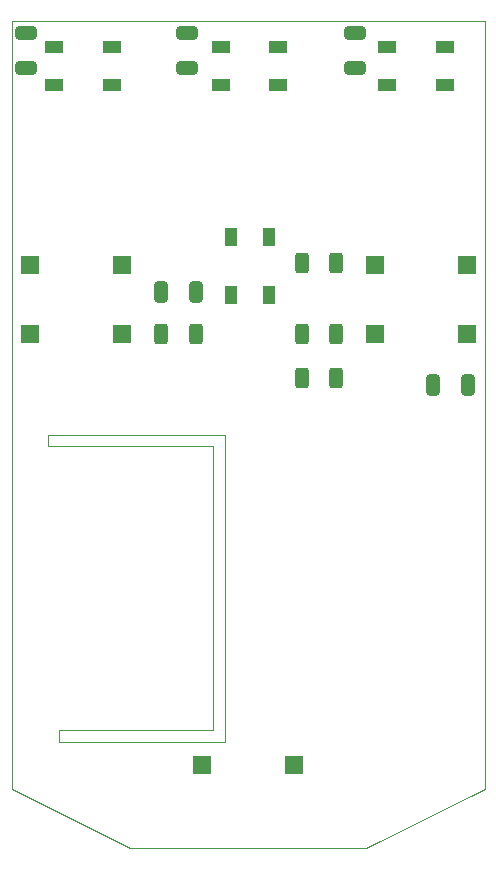
<source format=gtp>
G04 #@! TF.GenerationSoftware,KiCad,Pcbnew,5.99.0-unknown-4594d88417~130~ubuntu20.04.1*
G04 #@! TF.CreationDate,2021-07-04T17:01:16+02:00*
G04 #@! TF.ProjectId,SLS,534c532e-6b69-4636-9164-5f7063625858,rev?*
G04 #@! TF.SameCoordinates,Original*
G04 #@! TF.FileFunction,Paste,Top*
G04 #@! TF.FilePolarity,Positive*
%FSLAX46Y46*%
G04 Gerber Fmt 4.6, Leading zero omitted, Abs format (unit mm)*
G04 Created by KiCad (PCBNEW 5.99.0-unknown-4594d88417~130~ubuntu20.04.1) date 2021-07-04 17:01:16*
%MOMM*%
%LPD*%
G01*
G04 APERTURE LIST*
G04 Aperture macros list*
%AMRoundRect*
0 Rectangle with rounded corners*
0 $1 Rounding radius*
0 $2 $3 $4 $5 $6 $7 $8 $9 X,Y pos of 4 corners*
0 Add a 4 corners polygon primitive as box body*
4,1,4,$2,$3,$4,$5,$6,$7,$8,$9,$2,$3,0*
0 Add four circle primitives for the rounded corners*
1,1,$1+$1,$2,$3*
1,1,$1+$1,$4,$5*
1,1,$1+$1,$6,$7*
1,1,$1+$1,$8,$9*
0 Add four rect primitives between the rounded corners*
20,1,$1+$1,$2,$3,$4,$5,0*
20,1,$1+$1,$4,$5,$6,$7,0*
20,1,$1+$1,$6,$7,$8,$9,0*
20,1,$1+$1,$8,$9,$2,$3,0*%
G04 Aperture macros list end*
G04 #@! TA.AperFunction,Profile*
%ADD10C,0.050000*%
G04 #@! TD*
%ADD11RoundRect,0.250000X-0.650000X0.325000X-0.650000X-0.325000X0.650000X-0.325000X0.650000X0.325000X0*%
%ADD12R,1.500000X1.500000*%
%ADD13R,1.500000X1.000000*%
%ADD14RoundRect,0.250000X-0.325000X-0.650000X0.325000X-0.650000X0.325000X0.650000X-0.325000X0.650000X0*%
%ADD15RoundRect,0.250000X-0.312500X-0.625000X0.312500X-0.625000X0.312500X0.625000X-0.312500X0.625000X0*%
%ADD16RoundRect,0.250000X0.312500X0.625000X-0.312500X0.625000X-0.312500X-0.625000X0.312500X-0.625000X0*%
%ADD17R,1.000000X1.500000*%
%ADD18RoundRect,0.250000X0.325000X0.650000X-0.325000X0.650000X-0.325000X-0.650000X0.325000X-0.650000X0*%
G04 APERTURE END LIST*
D10*
X47000000Y-76000000D02*
X33000000Y-76000000D01*
X30000000Y-105000000D02*
X30000000Y-40000000D01*
X48000000Y-101000000D02*
X34000000Y-101000000D01*
X70000000Y-105000000D02*
X60000000Y-110000000D01*
X40000000Y-110000000D02*
X30000000Y-105000000D01*
X48000000Y-75000000D02*
X48000000Y-101000000D01*
X33000000Y-76000000D02*
X33000000Y-75000000D01*
X30000000Y-40000000D02*
X70000000Y-40000000D01*
X33000000Y-75000000D02*
X48000000Y-75000000D01*
X34000000Y-101000000D02*
X34000000Y-100000000D01*
X70000000Y-40000000D02*
X70000000Y-105000000D01*
X60000000Y-110000000D02*
X40000000Y-110000000D01*
X34000000Y-100000000D02*
X47000000Y-100000000D01*
X47000000Y-100000000D02*
X47000000Y-76000000D01*
D11*
X59000000Y-41025000D03*
X59000000Y-43975000D03*
D12*
X39300000Y-66500000D03*
X31500000Y-66500000D03*
X68500000Y-66500000D03*
X60700000Y-66500000D03*
D13*
X47650000Y-42200000D03*
X47650000Y-45400000D03*
X52550000Y-45400000D03*
X52550000Y-42200000D03*
D11*
X44800000Y-41025000D03*
X44800000Y-43975000D03*
D14*
X65625000Y-70800000D03*
X68575000Y-70800000D03*
D15*
X54537500Y-60500000D03*
X57462500Y-60500000D03*
D13*
X33550000Y-42200000D03*
X33550000Y-45400000D03*
X38450000Y-45400000D03*
X38450000Y-42200000D03*
X61750000Y-42200000D03*
X61750000Y-45400000D03*
X66650000Y-45400000D03*
X66650000Y-42200000D03*
D15*
X42637500Y-66500000D03*
X45562500Y-66500000D03*
D12*
X53900000Y-103000000D03*
X46100000Y-103000000D03*
D11*
X31200000Y-41025000D03*
X31200000Y-43975000D03*
D16*
X57462500Y-70200000D03*
X54537500Y-70200000D03*
D17*
X48550000Y-63200000D03*
X51750000Y-63200000D03*
X51750000Y-58300000D03*
X48550000Y-58300000D03*
D15*
X54537500Y-66500000D03*
X57462500Y-66500000D03*
D18*
X45575000Y-62900000D03*
X42625000Y-62900000D03*
D12*
X68500000Y-60600000D03*
X60700000Y-60600000D03*
X31500000Y-60650000D03*
X39300000Y-60650000D03*
M02*

</source>
